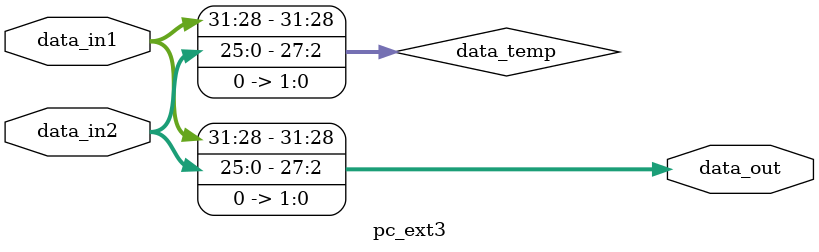
<source format=v>
`timescale 1ns / 1ps
module pc_ext3(
input [31:0] data_in1,
input [31:0] data_in2,
output [31:0] data_out
    );
reg [31:0] data_temp;
assign data_out=data_temp;
always@(data_in1 or data_in2)
begin
data_temp={data_in1[31:28],data_in2[25:0],2'b00};
end

endmodule

</source>
